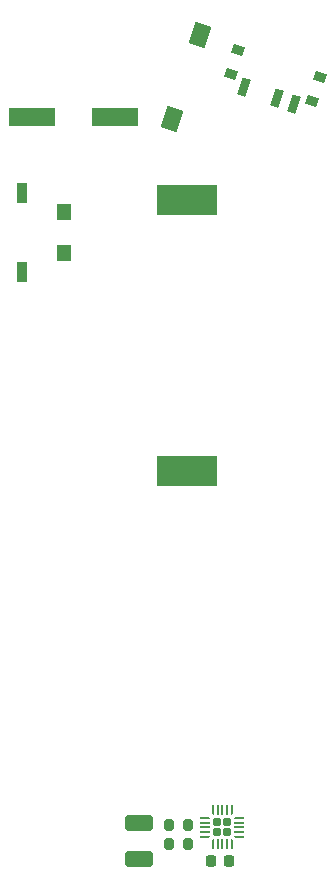
<source format=gbp>
G04 #@! TF.GenerationSoftware,KiCad,Pcbnew,7.0.2*
G04 #@! TF.CreationDate,2023-07-19T18:17:07-07:00*
G04 #@! TF.ProjectId,dc31-badge-sao,64633331-2d62-4616-9467-652d73616f2e,rev?*
G04 #@! TF.SameCoordinates,Original*
G04 #@! TF.FileFunction,Paste,Bot*
G04 #@! TF.FilePolarity,Positive*
%FSLAX46Y46*%
G04 Gerber Fmt 4.6, Leading zero omitted, Abs format (unit mm)*
G04 Created by KiCad (PCBNEW 7.0.2) date 2023-07-19 18:17:07*
%MOMM*%
%LPD*%
G01*
G04 APERTURE LIST*
G04 Aperture macros list*
%AMRoundRect*
0 Rectangle with rounded corners*
0 $1 Rounding radius*
0 $2 $3 $4 $5 $6 $7 $8 $9 X,Y pos of 4 corners*
0 Add a 4 corners polygon primitive as box body*
4,1,4,$2,$3,$4,$5,$6,$7,$8,$9,$2,$3,0*
0 Add four circle primitives for the rounded corners*
1,1,$1+$1,$2,$3*
1,1,$1+$1,$4,$5*
1,1,$1+$1,$6,$7*
1,1,$1+$1,$8,$9*
0 Add four rect primitives between the rounded corners*
20,1,$1+$1,$2,$3,$4,$5,0*
20,1,$1+$1,$4,$5,$6,$7,0*
20,1,$1+$1,$6,$7,$8,$9,0*
20,1,$1+$1,$8,$9,$2,$3,0*%
%AMRotRect*
0 Rectangle, with rotation*
0 The origin of the aperture is its center*
0 $1 length*
0 $2 width*
0 $3 Rotation angle, in degrees counterclockwise*
0 Add horizontal line*
21,1,$1,$2,0,0,$3*%
%AMFreePoly0*
4,1,14,0.085355,0.385355,0.100000,0.350000,0.100000,-0.350000,0.085355,-0.385355,0.050000,-0.400000,-0.050000,-0.400000,-0.085355,-0.385355,-0.100000,-0.350000,-0.100000,0.299289,-0.085355,0.334644,-0.034644,0.385355,0.000711,0.400000,0.050000,0.400000,0.085355,0.385355,0.085355,0.385355,$1*%
%AMFreePoly1*
4,1,14,0.034644,0.385355,0.085355,0.334644,0.100000,0.299289,0.100000,-0.350000,0.085355,-0.385355,0.050000,-0.400000,-0.050000,-0.400000,-0.085355,-0.385355,-0.100000,-0.350000,-0.100000,0.350000,-0.085355,0.385355,-0.050000,0.400000,-0.000711,0.400000,0.034644,0.385355,0.034644,0.385355,$1*%
%AMFreePoly2*
4,1,14,0.385355,0.085355,0.400000,0.050000,0.400000,-0.050000,0.385355,-0.085355,0.350000,-0.100000,-0.299289,-0.100000,-0.334644,-0.085355,-0.385355,-0.034644,-0.400000,0.000711,-0.400000,0.050000,-0.385355,0.085355,-0.350000,0.100000,0.350000,0.100000,0.385355,0.085355,0.385355,0.085355,$1*%
%AMFreePoly3*
4,1,14,0.385355,0.085355,0.400000,0.050000,0.400000,-0.050000,0.385355,-0.085355,0.350000,-0.100000,-0.350000,-0.100000,-0.385355,-0.085355,-0.400000,-0.050000,-0.400000,-0.000711,-0.385355,0.034644,-0.334644,0.085355,-0.299289,0.100000,0.350000,0.100000,0.385355,0.085355,0.385355,0.085355,$1*%
%AMFreePoly4*
4,1,14,0.085355,0.385355,0.100000,0.350000,0.100000,-0.299289,0.085355,-0.334644,0.034644,-0.385355,-0.000711,-0.400000,-0.050000,-0.400000,-0.085355,-0.385355,-0.100000,-0.350000,-0.100000,0.350000,-0.085355,0.385355,-0.050000,0.400000,0.050000,0.400000,0.085355,0.385355,0.085355,0.385355,$1*%
%AMFreePoly5*
4,1,14,0.085355,0.385355,0.100000,0.350000,0.100000,-0.350000,0.085355,-0.385355,0.050000,-0.400000,0.000711,-0.400000,-0.034644,-0.385355,-0.085355,-0.334644,-0.100000,-0.299289,-0.100000,0.350000,-0.085355,0.385355,-0.050000,0.400000,0.050000,0.400000,0.085355,0.385355,0.085355,0.385355,$1*%
%AMFreePoly6*
4,1,14,0.334644,0.085355,0.385355,0.034644,0.400000,-0.000711,0.400000,-0.050000,0.385355,-0.085355,0.350000,-0.100000,-0.350000,-0.100000,-0.385355,-0.085355,-0.400000,-0.050000,-0.400000,0.050000,-0.385355,0.085355,-0.350000,0.100000,0.299289,0.100000,0.334644,0.085355,0.334644,0.085355,$1*%
%AMFreePoly7*
4,1,14,0.385355,0.085355,0.400000,0.050000,0.400000,0.000711,0.385355,-0.034644,0.334644,-0.085355,0.299289,-0.100000,-0.350000,-0.100000,-0.385355,-0.085355,-0.400000,-0.050000,-0.400000,0.050000,-0.385355,0.085355,-0.350000,0.100000,0.350000,0.100000,0.385355,0.085355,0.385355,0.085355,$1*%
G04 Aperture macros list end*
%ADD10FreePoly0,90.000000*%
%ADD11RoundRect,0.050000X0.350000X-0.050000X0.350000X0.050000X-0.350000X0.050000X-0.350000X-0.050000X0*%
%ADD12FreePoly1,90.000000*%
%ADD13FreePoly2,90.000000*%
%ADD14RoundRect,0.050000X0.050000X-0.350000X0.050000X0.350000X-0.050000X0.350000X-0.050000X-0.350000X0*%
%ADD15FreePoly3,90.000000*%
%ADD16FreePoly4,90.000000*%
%ADD17FreePoly5,90.000000*%
%ADD18FreePoly6,90.000000*%
%ADD19FreePoly7,90.000000*%
%ADD20RoundRect,0.172500X0.172500X-0.172500X0.172500X0.172500X-0.172500X0.172500X-0.172500X-0.172500X0*%
%ADD21RotRect,1.900000X1.400000X71.700000*%
%ADD22R,4.000000X1.600000*%
%ADD23RoundRect,0.250000X0.925000X-0.412500X0.925000X0.412500X-0.925000X0.412500X-0.925000X-0.412500X0*%
%ADD24R,1.250000X1.400000*%
%ADD25R,0.950000X1.675000*%
%ADD26RoundRect,0.200000X-0.200000X-0.275000X0.200000X-0.275000X0.200000X0.275000X-0.200000X0.275000X0*%
%ADD27R,5.100000X2.500000*%
%ADD28RoundRect,0.225000X-0.225000X-0.250000X0.225000X-0.250000X0.225000X0.250000X-0.225000X0.250000X0*%
%ADD29RoundRect,0.200000X0.200000X0.275000X-0.200000X0.275000X-0.200000X-0.275000X0.200000X-0.275000X0*%
%ADD30RotRect,0.800000X1.000000X251.701000*%
%ADD31RotRect,0.700000X1.500000X341.701000*%
G04 APERTURE END LIST*
D10*
X121925000Y-130250000D03*
D11*
X121925000Y-129850000D03*
X121925000Y-129450000D03*
X121925000Y-129050000D03*
D12*
X121925000Y-128650000D03*
D13*
X121275000Y-128000000D03*
D14*
X120875000Y-128000000D03*
X120475000Y-128000000D03*
X120075000Y-128000000D03*
D15*
X119675000Y-128000000D03*
D16*
X119025000Y-128650000D03*
D11*
X119025000Y-129050000D03*
X119025000Y-129450000D03*
X119025000Y-129850000D03*
D17*
X119025000Y-130250000D03*
D18*
X119675000Y-130900000D03*
D14*
X120075000Y-130900000D03*
X120475000Y-130900000D03*
X120875000Y-130900000D03*
D19*
X121275000Y-130900000D03*
D20*
X120900000Y-129025000D03*
X120050000Y-129025000D03*
X120900000Y-129875000D03*
X120050000Y-129875000D03*
D21*
X116247528Y-69460346D03*
X118602472Y-62339654D03*
D22*
X104325000Y-69350000D03*
X111400000Y-69350000D03*
D23*
X113450000Y-129062500D03*
X113450000Y-132137500D03*
D24*
X107050000Y-80850000D03*
X107050000Y-77350000D03*
D25*
X103550000Y-82425000D03*
X103550000Y-75775000D03*
D26*
X115950000Y-129295000D03*
X117600000Y-129295000D03*
D27*
X117475000Y-99250000D03*
X117475000Y-76350000D03*
D28*
X119500000Y-132310000D03*
X121050000Y-132310000D03*
D29*
X117600000Y-130835000D03*
X115950000Y-130835000D03*
D30*
X128096481Y-67960891D03*
X128755830Y-65967086D03*
X121824984Y-63675062D03*
X121165635Y-65668867D03*
D31*
X122275055Y-66773035D03*
X125123348Y-67714962D03*
X126547494Y-68185926D03*
M02*

</source>
